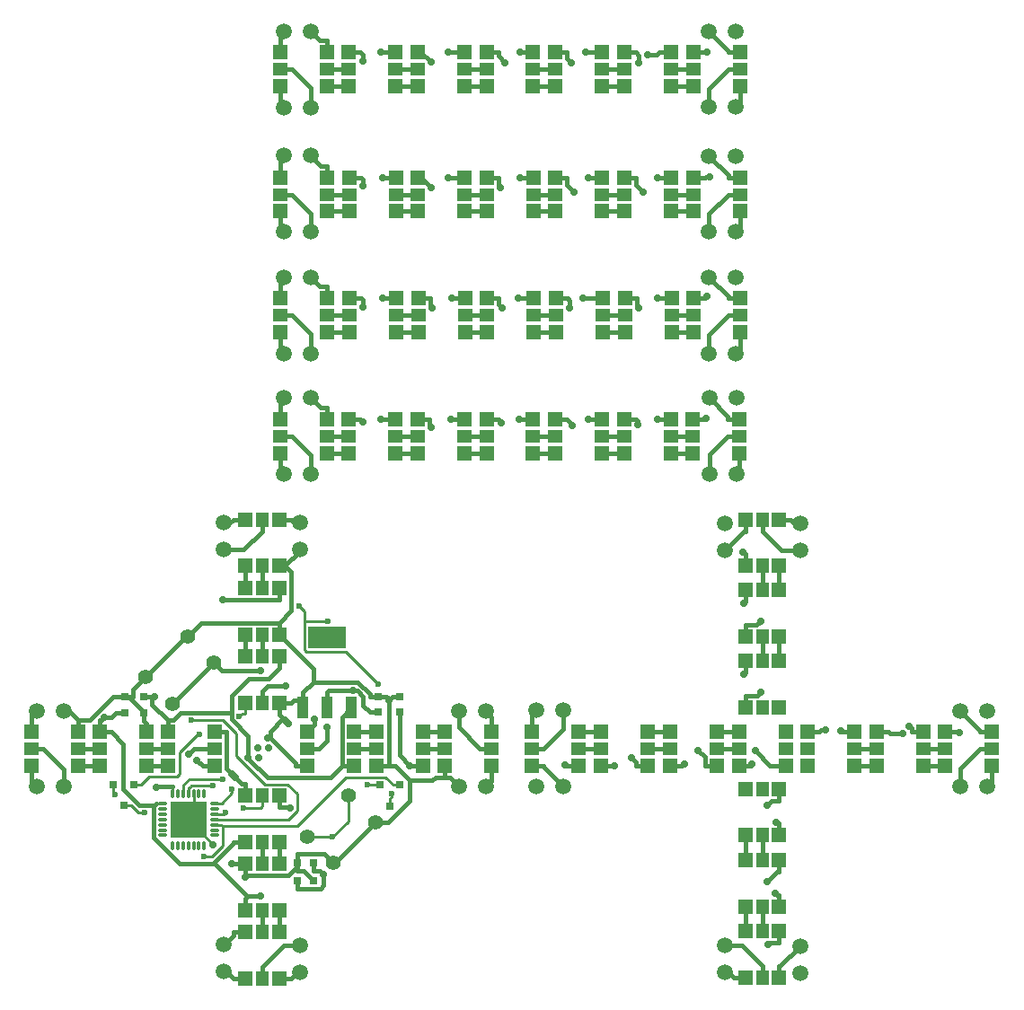
<source format=gbr>
G04 #@! TF.FileFunction,Copper,L1,Top,Signal*
%FSLAX46Y46*%
G04 Gerber Fmt 4.6, Leading zero omitted, Abs format (unit mm)*
G04 Created by KiCad (PCBNEW 4.1.0-alpha+201605262346+6832~44~ubuntu16.04.1-product) date Sun Jun 12 18:08:28 2016*
%MOMM*%
%LPD*%
G01*
G04 APERTURE LIST*
%ADD10C,0.100000*%
%ADD11R,1.400000X1.400000*%
%ADD12R,1.300000X1.400000*%
%ADD13C,1.399540*%
%ADD14C,1.500000*%
%ADD15R,0.800000X0.750000*%
%ADD16R,1.400000X1.300000*%
%ADD17R,0.750000X0.800000*%
%ADD18O,0.300000X0.850000*%
%ADD19O,0.850000X0.300000*%
%ADD20R,1.675000X1.675000*%
%ADD21C,0.700000*%
%ADD22C,0.700000*%
%ADD23R,3.657600X2.032000*%
%ADD24R,1.016000X2.032000*%
%ADD25R,0.800100X0.800100*%
%ADD26C,0.600000*%
%ADD27C,0.400000*%
%ADD28C,0.250000*%
G04 APERTURE END LIST*
D10*
D11*
X107300000Y-134800000D03*
X107300000Y-130400000D03*
D12*
X105700000Y-130400000D03*
X105700000Y-134800000D03*
D11*
X104100000Y-134800000D03*
X104100000Y-130400000D03*
X107300000Y-141250000D03*
X107300000Y-136850000D03*
D12*
X105700000Y-136850000D03*
X105700000Y-141250000D03*
D11*
X104100000Y-141250000D03*
X104100000Y-136850000D03*
X107300000Y-128350000D03*
X107300000Y-123950000D03*
D12*
X105700000Y-123950000D03*
X105700000Y-128350000D03*
D11*
X104100000Y-128350000D03*
X104100000Y-123950000D03*
D13*
X101171296Y-137440511D03*
X97280511Y-141331296D03*
X98693000Y-134962215D03*
X94731504Y-138782289D03*
D14*
X102100000Y-126820000D03*
X102100000Y-124280000D03*
X109250000Y-126820000D03*
X109250000Y-124280000D03*
D15*
X110550000Y-156300000D03*
X109050000Y-156300000D03*
X109050000Y-158000000D03*
X110550000Y-158000000D03*
D11*
X104100000Y-156400000D03*
X104100000Y-160800000D03*
D12*
X105700000Y-160800000D03*
X105700000Y-156400000D03*
D11*
X107300000Y-156400000D03*
X107300000Y-160800000D03*
X104100000Y-162850000D03*
X104100000Y-167250000D03*
D12*
X105700000Y-167250000D03*
X105700000Y-162850000D03*
D11*
X107300000Y-162850000D03*
X107300000Y-167250000D03*
D14*
X109300000Y-164110000D03*
X109300000Y-166650000D03*
X102100000Y-164080000D03*
X102100000Y-166620000D03*
D11*
X94800000Y-144000000D03*
X90400000Y-144000000D03*
D16*
X90400000Y-145600000D03*
X94800000Y-145600000D03*
D11*
X94800000Y-147200000D03*
X90400000Y-147200000D03*
D14*
X87020000Y-149150000D03*
X84480000Y-149150000D03*
D17*
X92730000Y-140690000D03*
X92730000Y-142190000D03*
D18*
X100250000Y-149800000D03*
X99750000Y-149800000D03*
X99250000Y-149800000D03*
X98750000Y-149800000D03*
X98250000Y-149800000D03*
X97750000Y-149800000D03*
X97250000Y-149800000D03*
D19*
X96300000Y-150750000D03*
X96300000Y-151250000D03*
X96300000Y-151750000D03*
X96300000Y-152250000D03*
X96300000Y-152750000D03*
X96300000Y-153250000D03*
X96300000Y-153750000D03*
D18*
X97250000Y-154700000D03*
X97750000Y-154700000D03*
X98250000Y-154700000D03*
X98750000Y-154700000D03*
X99250000Y-154700000D03*
X99750000Y-154700000D03*
X100250000Y-154700000D03*
D19*
X101200000Y-153750000D03*
X101200000Y-153250000D03*
X101200000Y-152750000D03*
X101200000Y-152250000D03*
X101200000Y-151750000D03*
X101200000Y-151250000D03*
X101200000Y-150750000D03*
D20*
X97912500Y-153087500D03*
X99587500Y-153087500D03*
X97912500Y-151412500D03*
X99587500Y-151412500D03*
D11*
X88400000Y-144000000D03*
X84000000Y-144000000D03*
D16*
X84000000Y-145600000D03*
X88400000Y-145600000D03*
D11*
X88400000Y-147200000D03*
X84000000Y-147200000D03*
D17*
X94550000Y-142190000D03*
X94550000Y-140690000D03*
D11*
X101200000Y-144000000D03*
X96800000Y-144000000D03*
D16*
X96800000Y-145600000D03*
X101200000Y-145600000D03*
D11*
X101200000Y-147200000D03*
X96800000Y-147200000D03*
D14*
X87020000Y-142050000D03*
X84480000Y-142050000D03*
D17*
X118650000Y-142150000D03*
X118650000Y-140650000D03*
X116650000Y-142130000D03*
X116650000Y-140630000D03*
D11*
X109950000Y-147200000D03*
X114350000Y-147200000D03*
D16*
X114350000Y-145600000D03*
X109950000Y-145600000D03*
D11*
X109950000Y-144000000D03*
X114350000Y-144000000D03*
D21*
X107864186Y-142895559D02*
X108217740Y-143249113D01*
X102808373Y-147951373D02*
X103161927Y-148304927D01*
D22*
X104399717Y-146399627D03*
X105342644Y-145456700D03*
X106240669Y-144558675D03*
X105389313Y-146431093D03*
X106326229Y-145529532D03*
D11*
X116500000Y-147200000D03*
X120900000Y-147200000D03*
D16*
X120900000Y-145600000D03*
X116500000Y-145600000D03*
D11*
X116500000Y-144000000D03*
X120900000Y-144000000D03*
X104100000Y-150000000D03*
X104100000Y-154400000D03*
D12*
X105700000Y-154400000D03*
X105700000Y-150000000D03*
D11*
X107300000Y-150000000D03*
X107300000Y-154400000D03*
D13*
X109928704Y-153879489D03*
X113819489Y-149988704D03*
X112407000Y-156357785D03*
X116368496Y-152537711D03*
D14*
X110320000Y-119700000D03*
X107780000Y-119700000D03*
D11*
X111810000Y-103100000D03*
X107410000Y-103100000D03*
D16*
X107410000Y-104700000D03*
X111810000Y-104700000D03*
D11*
X111810000Y-106300000D03*
X107410000Y-106300000D03*
X111800000Y-114500000D03*
X107400000Y-114500000D03*
D16*
X107400000Y-116100000D03*
X111800000Y-116100000D03*
D11*
X111800000Y-117700000D03*
X107400000Y-117700000D03*
X118250000Y-114500000D03*
X113850000Y-114500000D03*
D16*
X113850000Y-116100000D03*
X118250000Y-116100000D03*
D11*
X118250000Y-117700000D03*
X113850000Y-117700000D03*
X118350000Y-103100000D03*
X113950000Y-103100000D03*
D16*
X113950000Y-104700000D03*
X118350000Y-104700000D03*
D11*
X118350000Y-106300000D03*
X113950000Y-106300000D03*
D14*
X110270000Y-108300000D03*
X107730000Y-108300000D03*
X110270000Y-101100000D03*
X107730000Y-101100000D03*
X110320000Y-112500000D03*
X107780000Y-112500000D03*
X110290000Y-96850000D03*
X107750000Y-96850000D03*
D11*
X111800000Y-91700000D03*
X107400000Y-91700000D03*
D16*
X107400000Y-93300000D03*
X111800000Y-93300000D03*
D11*
X111800000Y-94900000D03*
X107400000Y-94900000D03*
X111800000Y-79900000D03*
X107400000Y-79900000D03*
D16*
X107400000Y-81500000D03*
X111800000Y-81500000D03*
D11*
X111800000Y-83100000D03*
X107400000Y-83100000D03*
D14*
X110270000Y-85100000D03*
X107730000Y-85100000D03*
X110270000Y-77950000D03*
X107730000Y-77950000D03*
X110320000Y-89650000D03*
X107780000Y-89650000D03*
D11*
X131250000Y-79900000D03*
X126850000Y-79900000D03*
D16*
X126850000Y-81500000D03*
X131250000Y-81500000D03*
D11*
X131250000Y-83100000D03*
X126850000Y-83100000D03*
X137750000Y-79900000D03*
X133350000Y-79900000D03*
D16*
X133350000Y-81500000D03*
X137750000Y-81500000D03*
D11*
X137750000Y-83100000D03*
X133350000Y-83100000D03*
X137750000Y-91700000D03*
X133350000Y-91700000D03*
D16*
X133350000Y-93300000D03*
X137750000Y-93300000D03*
D11*
X137750000Y-94900000D03*
X133350000Y-94900000D03*
X131300000Y-91700000D03*
X126900000Y-91700000D03*
D16*
X126900000Y-93300000D03*
X131300000Y-93300000D03*
D11*
X131300000Y-94900000D03*
X126900000Y-94900000D03*
X131250000Y-114500000D03*
X126850000Y-114500000D03*
D16*
X126850000Y-116100000D03*
X131250000Y-116100000D03*
D11*
X131250000Y-117700000D03*
X126850000Y-117700000D03*
X131310000Y-103100000D03*
X126910000Y-103100000D03*
D16*
X126910000Y-104700000D03*
X131310000Y-104700000D03*
D11*
X131310000Y-106300000D03*
X126910000Y-106300000D03*
X124850000Y-103100000D03*
X120450000Y-103100000D03*
D16*
X120450000Y-104700000D03*
X124850000Y-104700000D03*
D11*
X124850000Y-106300000D03*
X120450000Y-106300000D03*
X137750000Y-114500000D03*
X133350000Y-114500000D03*
D16*
X133350000Y-116100000D03*
X137750000Y-116100000D03*
D11*
X137750000Y-117700000D03*
X133350000Y-117700000D03*
X137800000Y-103100000D03*
X133400000Y-103100000D03*
D16*
X133400000Y-104700000D03*
X137800000Y-104700000D03*
D11*
X137800000Y-106300000D03*
X133400000Y-106300000D03*
X124750000Y-114500000D03*
X120350000Y-114500000D03*
D16*
X120350000Y-116100000D03*
X124750000Y-116100000D03*
D11*
X124750000Y-117700000D03*
X120350000Y-117700000D03*
X144250000Y-79900000D03*
X139850000Y-79900000D03*
D16*
X139850000Y-81500000D03*
X144250000Y-81500000D03*
D11*
X144250000Y-83100000D03*
X139850000Y-83100000D03*
X150750000Y-79900000D03*
X146350000Y-79900000D03*
D16*
X146350000Y-81500000D03*
X150750000Y-81500000D03*
D11*
X150750000Y-83100000D03*
X146350000Y-83100000D03*
D14*
X150370000Y-85050000D03*
X147830000Y-85050000D03*
X150370000Y-77950000D03*
X147830000Y-77950000D03*
X150370000Y-96850000D03*
X147830000Y-96850000D03*
D11*
X144250000Y-91700000D03*
X139850000Y-91700000D03*
D16*
X139850000Y-93300000D03*
X144250000Y-93300000D03*
D11*
X144250000Y-94900000D03*
X139850000Y-94900000D03*
X150750000Y-91700000D03*
X146350000Y-91700000D03*
D16*
X146350000Y-93300000D03*
X150750000Y-93300000D03*
D11*
X150750000Y-94900000D03*
X146350000Y-94900000D03*
D14*
X150370000Y-89700000D03*
X147830000Y-89700000D03*
D11*
X124800000Y-91700000D03*
X120400000Y-91700000D03*
D16*
X120400000Y-93300000D03*
X124800000Y-93300000D03*
D11*
X124800000Y-94900000D03*
X120400000Y-94900000D03*
X118300000Y-91700000D03*
X113900000Y-91700000D03*
D16*
X113900000Y-93300000D03*
X118300000Y-93300000D03*
D11*
X118300000Y-94900000D03*
X113900000Y-94900000D03*
X118250000Y-79900000D03*
X113850000Y-79900000D03*
D16*
X113850000Y-81500000D03*
X118250000Y-81500000D03*
D11*
X118250000Y-83100000D03*
X113850000Y-83100000D03*
X124750000Y-79900000D03*
X120350000Y-79900000D03*
D16*
X120350000Y-81500000D03*
X124750000Y-81500000D03*
D11*
X124750000Y-83100000D03*
X120350000Y-83100000D03*
X144300000Y-103100000D03*
X139900000Y-103100000D03*
D16*
X139900000Y-104700000D03*
X144300000Y-104700000D03*
D11*
X144300000Y-106300000D03*
X139900000Y-106300000D03*
X150750000Y-103100000D03*
X146350000Y-103100000D03*
D16*
X146350000Y-104700000D03*
X150750000Y-104700000D03*
D11*
X150750000Y-106300000D03*
X146350000Y-106300000D03*
D14*
X150370000Y-101100000D03*
X147830000Y-101100000D03*
D11*
X150700000Y-114500000D03*
X146300000Y-114500000D03*
D16*
X146300000Y-116100000D03*
X150700000Y-116100000D03*
D11*
X150700000Y-117700000D03*
X146300000Y-117700000D03*
D14*
X150370000Y-108300000D03*
X147830000Y-108300000D03*
D11*
X144250000Y-114500000D03*
X139850000Y-114500000D03*
D16*
X139850000Y-116100000D03*
X144250000Y-116100000D03*
D11*
X144250000Y-117700000D03*
X139850000Y-117700000D03*
D14*
X150420000Y-119700000D03*
X147880000Y-119700000D03*
X150420000Y-112500000D03*
X147880000Y-112500000D03*
X124280000Y-149150000D03*
X126820000Y-149150000D03*
D11*
X154450000Y-153750000D03*
X154450000Y-149350000D03*
D12*
X152850000Y-149350000D03*
X152850000Y-153750000D03*
D11*
X151250000Y-153750000D03*
X151250000Y-149350000D03*
X122950000Y-147200000D03*
X127350000Y-147200000D03*
D16*
X127350000Y-145600000D03*
X122950000Y-145600000D03*
D11*
X122950000Y-144000000D03*
X127350000Y-144000000D03*
D14*
X149300000Y-166670000D03*
X149300000Y-164130000D03*
X156400000Y-166720000D03*
X156400000Y-164180000D03*
D11*
X154450000Y-167150000D03*
X154450000Y-162750000D03*
D12*
X152850000Y-162750000D03*
X152850000Y-167150000D03*
D11*
X151250000Y-167150000D03*
X151250000Y-162750000D03*
X154450000Y-160450000D03*
X154450000Y-156050000D03*
D12*
X152850000Y-156050000D03*
X152850000Y-160450000D03*
D11*
X151250000Y-160450000D03*
X151250000Y-156050000D03*
D14*
X124230000Y-142000000D03*
X126770000Y-142000000D03*
D11*
X144150000Y-147150000D03*
X148550000Y-147150000D03*
D16*
X148550000Y-145550000D03*
X144150000Y-145550000D03*
D11*
X144150000Y-143950000D03*
X148550000Y-143950000D03*
X151250000Y-137300000D03*
X151250000Y-141700000D03*
D12*
X152850000Y-141700000D03*
X152850000Y-137300000D03*
D11*
X154450000Y-137300000D03*
X154450000Y-141700000D03*
X150650000Y-147150000D03*
X155050000Y-147150000D03*
D16*
X155050000Y-145550000D03*
X150650000Y-145550000D03*
D11*
X150650000Y-143950000D03*
X155050000Y-143950000D03*
D14*
X131530000Y-149100000D03*
X134070000Y-149100000D03*
X131550000Y-141950000D03*
X134090000Y-141950000D03*
D11*
X131150000Y-147150000D03*
X135550000Y-147150000D03*
D16*
X135550000Y-145550000D03*
X131150000Y-145550000D03*
D11*
X131150000Y-143950000D03*
X135550000Y-143950000D03*
X137650000Y-147150000D03*
X142050000Y-147150000D03*
D16*
X142050000Y-145550000D03*
X137650000Y-145550000D03*
D11*
X137650000Y-143950000D03*
X142050000Y-143950000D03*
D14*
X174020000Y-149150000D03*
X171480000Y-149150000D03*
D11*
X168000000Y-143950000D03*
X163600000Y-143950000D03*
D16*
X163600000Y-145550000D03*
X168000000Y-145550000D03*
D11*
X168000000Y-147150000D03*
X163600000Y-147150000D03*
X174500000Y-143950000D03*
X170100000Y-143950000D03*
D16*
X170100000Y-145550000D03*
X174500000Y-145550000D03*
D11*
X174500000Y-147150000D03*
X170100000Y-147150000D03*
X161500000Y-143950000D03*
X157100000Y-143950000D03*
D16*
X157100000Y-145550000D03*
X161500000Y-145550000D03*
D11*
X161500000Y-147150000D03*
X157100000Y-147150000D03*
D14*
X174070000Y-142000000D03*
X171530000Y-142000000D03*
D11*
X151250000Y-123950000D03*
X151250000Y-128350000D03*
D12*
X152850000Y-128350000D03*
X152850000Y-123950000D03*
D11*
X154450000Y-123950000D03*
X154450000Y-128350000D03*
X151250000Y-130600000D03*
X151250000Y-135000000D03*
D12*
X152850000Y-135000000D03*
X152850000Y-130600000D03*
D11*
X154450000Y-130600000D03*
X154450000Y-135000000D03*
D14*
X156400000Y-124330000D03*
X156400000Y-126870000D03*
X149300000Y-124330000D03*
X149300000Y-126870000D03*
D23*
X111850000Y-135098000D03*
D24*
X111850000Y-141702000D03*
X114136000Y-141702000D03*
X109564000Y-141702000D03*
D25*
X93600000Y-148949240D03*
X91700000Y-148949240D03*
X92650000Y-150948220D03*
X118700000Y-149000240D03*
X116800000Y-149000240D03*
X117750000Y-150999220D03*
D22*
X101100000Y-154650000D03*
X117650000Y-140980000D03*
X102845000Y-156400000D03*
X104093800Y-157706700D03*
D26*
X109209800Y-132155100D03*
X111941600Y-133541600D03*
X117877100Y-149822600D03*
X116676700Y-139492500D03*
D22*
X105573800Y-159499600D03*
X90859600Y-142621600D03*
X95537200Y-140690000D03*
X102029700Y-131500300D03*
X119642500Y-147200000D03*
X114245000Y-140106900D03*
X111511200Y-157431000D03*
X95774100Y-149193400D03*
X105584900Y-138200300D03*
D26*
X94621100Y-151617500D03*
X103547400Y-142555700D03*
D22*
X108321500Y-151161500D03*
D26*
X103924500Y-151204600D03*
X101980600Y-148425600D03*
X101098300Y-149056900D03*
X99007000Y-142911500D03*
D22*
X107951800Y-139652500D03*
X110637200Y-142745100D03*
X111849300Y-143577800D03*
X98766400Y-146113500D03*
X99516700Y-146661800D03*
X129994800Y-79900000D03*
X142084700Y-80163800D03*
X116930200Y-79900000D03*
X123255700Y-79900000D03*
X136235100Y-79900000D03*
X121612800Y-80846700D03*
X134846300Y-80872700D03*
X141235300Y-80914100D03*
X128596300Y-80872700D03*
X147605000Y-79900000D03*
X115179400Y-80687700D03*
X117039700Y-91700000D03*
X123287100Y-91700000D03*
X136497100Y-91700000D03*
X130021000Y-91700000D03*
X142993000Y-91700000D03*
X121659300Y-92643200D03*
X128160200Y-92644100D03*
X141606900Y-93050000D03*
X135086500Y-93050000D03*
X147858500Y-91628900D03*
X115204400Y-92487700D03*
X143005500Y-103100000D03*
X123588400Y-103100000D03*
X117054600Y-103100000D03*
X129830000Y-103100000D03*
X135956700Y-103100000D03*
X121727300Y-103994100D03*
X147600700Y-102908400D03*
X134691500Y-104009000D03*
X128342600Y-104009000D03*
X141205400Y-104009000D03*
X115229400Y-103887700D03*
X142958700Y-114500000D03*
X136486600Y-114500000D03*
X123496400Y-114500000D03*
X129916200Y-114500000D03*
X116925500Y-114500000D03*
X128245800Y-114879500D03*
X134934900Y-115093500D03*
X147556800Y-114453000D03*
X115179400Y-114796300D03*
X121625600Y-115301600D03*
X141116000Y-114977800D03*
X145487200Y-147039100D03*
X151901900Y-147039100D03*
X138942400Y-147200000D03*
X134290700Y-147085100D03*
X146816100Y-145752000D03*
X152195700Y-145760800D03*
X140527800Y-146421800D03*
X151102000Y-131863200D03*
X151102000Y-138571800D03*
X150996100Y-126998400D03*
X152702000Y-133524500D03*
X152702000Y-140284400D03*
X166726200Y-143498200D03*
X160243300Y-143848000D03*
X166119200Y-144181600D03*
X171428400Y-144026700D03*
X158846700Y-143802000D03*
X154087100Y-159179400D03*
X154132500Y-152494500D03*
X153295600Y-158095000D03*
X153402300Y-164000300D03*
X153295600Y-150874400D03*
D26*
X102877500Y-149428700D03*
X99816000Y-144238400D03*
X91873300Y-149857100D03*
X100219700Y-155728200D03*
X115615900Y-149000200D03*
X112344100Y-153879500D03*
X102213900Y-151616200D03*
D27*
X107300000Y-141250000D02*
X107300000Y-142350300D01*
X99587500Y-151412500D02*
X99587500Y-151412000D01*
X99150300Y-151174700D02*
X99250000Y-151075000D01*
X99150300Y-151412500D02*
X99150300Y-151174700D01*
D28*
X99250000Y-149800000D02*
X99250000Y-151075000D01*
X99250000Y-151075000D02*
X99587500Y-151412000D01*
D27*
X118650000Y-140650000D02*
X118024800Y-140650000D01*
X89491000Y-142899700D02*
X88400000Y-142899700D01*
X91700700Y-140690000D02*
X89491000Y-142899700D01*
X91954700Y-140690000D02*
X91700700Y-140690000D01*
X92730000Y-140690000D02*
X91954700Y-140690000D01*
X88400000Y-144000000D02*
X88400000Y-142899700D01*
X87550300Y-142050000D02*
X88400000Y-142899700D01*
X87020000Y-142050000D02*
X87550300Y-142050000D01*
X99587500Y-153087500D02*
X99587500Y-153088000D01*
X99587500Y-153087500D02*
X99150300Y-153087500D01*
X98531400Y-151412500D02*
X98531400Y-153087500D01*
X97912500Y-153087500D02*
X98531400Y-153087500D01*
X98531400Y-153087500D02*
X99150300Y-153087500D01*
X97912500Y-151412500D02*
X98531400Y-151412500D01*
X98531400Y-151412500D02*
X99150300Y-151412500D01*
X109625300Y-157075300D02*
X110550000Y-158000000D01*
X109050000Y-157075300D02*
X109625300Y-157075300D01*
X109050000Y-156662400D02*
X109050000Y-157075300D01*
X108181700Y-157500300D02*
X104100000Y-157500300D01*
X109019600Y-156662400D02*
X108181700Y-157500300D01*
X109050000Y-156662400D02*
X109019600Y-156662400D01*
X109050000Y-156481200D02*
X109050000Y-156662400D01*
X116650000Y-140630000D02*
X115874700Y-140630000D01*
X109564000Y-140285700D02*
X110556700Y-139293000D01*
X115874700Y-140454200D02*
X115874700Y-140630000D01*
X114713500Y-139293000D02*
X115874700Y-140454200D01*
X110556700Y-139293000D02*
X114713500Y-139293000D01*
X109564000Y-141702000D02*
X109564000Y-140993800D01*
X109564000Y-140993800D02*
X109564000Y-140285700D01*
X108656500Y-140993800D02*
X108400300Y-141250000D01*
X109564000Y-140993800D02*
X108656500Y-140993800D01*
X107300000Y-141250000D02*
X108400300Y-141250000D01*
X116650000Y-140630000D02*
X117425300Y-140630000D01*
X117820100Y-140854700D02*
X118024800Y-140650000D01*
X117650000Y-140854700D02*
X117820100Y-140854700D01*
X117425300Y-140630000D02*
X117650000Y-140854700D01*
X122950000Y-147200000D02*
X122950000Y-148262700D01*
X117650000Y-140854700D02*
X117650000Y-140980000D01*
X116500000Y-147200000D02*
X117600300Y-147200000D01*
X117650000Y-140980000D02*
X117650000Y-147150300D01*
X117650000Y-147150300D02*
X117600300Y-147200000D01*
X118224200Y-147150300D02*
X117650000Y-147150300D01*
X119650000Y-148576100D02*
X118224200Y-147150300D01*
X122045100Y-148262700D02*
X122950000Y-148262700D01*
X121731700Y-148576100D02*
X122045100Y-148262700D01*
X119650000Y-148576100D02*
X121731700Y-148576100D01*
X123392700Y-148262700D02*
X124280000Y-149150000D01*
X122950000Y-148262700D02*
X123392700Y-148262700D01*
X110556700Y-138056700D02*
X110556700Y-139293000D01*
X107300000Y-134800000D02*
X110556700Y-138056700D01*
X99955500Y-133699700D02*
X107300000Y-133699700D01*
X98693000Y-134962200D02*
X99955500Y-133699700D01*
X107300000Y-134800000D02*
X107300000Y-133699700D01*
X107300000Y-128350000D02*
X107850200Y-128350000D01*
X108418800Y-132580900D02*
X107300000Y-133699700D01*
X108418800Y-128918600D02*
X108418800Y-132580900D01*
X107850200Y-128350000D02*
X108418800Y-128918600D01*
X109250000Y-126950200D02*
X109250000Y-126820000D01*
X107850200Y-128350000D02*
X109250000Y-126950200D01*
X98551600Y-134962200D02*
X94731500Y-138782300D01*
X98693000Y-134962200D02*
X98551600Y-134962200D01*
X93505300Y-140008500D02*
X93505300Y-140690000D01*
X94731500Y-138782300D02*
X93505300Y-140008500D01*
D28*
X101100000Y-154600000D02*
X101100000Y-154650000D01*
X99587500Y-153088000D02*
X101100000Y-154600000D01*
D27*
X109050000Y-156481200D02*
X109050000Y-156300000D01*
X111573900Y-155524700D02*
X112407000Y-156357800D01*
X109050000Y-155524700D02*
X111573900Y-155524700D01*
X109050000Y-156300000D02*
X109050000Y-155524700D01*
X119650000Y-150482600D02*
X119650000Y-148576100D01*
X117594900Y-152537700D02*
X119650000Y-150482600D01*
X116368500Y-152537700D02*
X117594900Y-152537700D01*
X112548400Y-156357800D02*
X112407000Y-156357800D01*
X116368500Y-152537700D02*
X112548400Y-156357800D01*
X92730000Y-140690000D02*
X93117700Y-140690000D01*
X93117700Y-140690000D02*
X93505300Y-140690000D01*
X94550000Y-142122300D02*
X94550000Y-142190000D01*
X93117700Y-140690000D02*
X94550000Y-142122300D01*
X94800000Y-143240300D02*
X94800000Y-144000000D01*
X94550000Y-142990300D02*
X94800000Y-143240300D01*
X94550000Y-142190000D02*
X94550000Y-142990300D01*
X104100000Y-156400000D02*
X102999700Y-156400000D01*
X102999700Y-156400000D02*
X102845000Y-156400000D01*
X104100000Y-156400000D02*
X104100000Y-156950100D01*
X104100000Y-156950100D02*
X104100000Y-157500300D01*
X104093800Y-156956300D02*
X104093800Y-157706700D01*
X104100000Y-156950100D02*
X104093800Y-156956300D01*
X104100000Y-150000000D02*
X104100000Y-148899700D01*
X107319000Y-142350300D02*
X107300000Y-142350300D01*
X107333600Y-142364900D02*
X107319000Y-142350300D01*
X103756700Y-148899700D02*
X102985100Y-148128100D01*
X104100000Y-148899700D02*
X103756700Y-148899700D01*
X102300300Y-147443300D02*
X102300300Y-144000000D01*
X102985100Y-148128100D02*
X102300300Y-147443300D01*
X101200000Y-144000000D02*
X102300300Y-144000000D01*
X102999700Y-163180300D02*
X102999700Y-162850000D01*
X102100000Y-164080000D02*
X102999700Y-163180300D01*
X104100000Y-162850000D02*
X102999700Y-162850000D01*
X109950000Y-147200000D02*
X108849700Y-147200000D01*
X108041000Y-143072300D02*
X107687300Y-142718600D01*
X107687300Y-142718600D02*
X107333600Y-142364900D01*
X106464600Y-143941300D02*
X106464600Y-144558700D01*
X107687300Y-142718600D02*
X106464600Y-143941300D01*
X108849700Y-146943800D02*
X106464600Y-144558700D01*
X108849700Y-147200000D02*
X108849700Y-146943800D01*
X106464600Y-144558700D02*
X106240700Y-144558700D01*
X105700000Y-136850000D02*
X105700000Y-134800000D01*
X104100000Y-136850000D02*
X104100000Y-134800000D01*
X116500000Y-145600000D02*
X114350000Y-145600000D01*
X116500000Y-144000000D02*
X114350000Y-144000000D01*
X105700000Y-154400000D02*
X105700000Y-156400000D01*
X107300000Y-154400000D02*
X107300000Y-156400000D01*
X96800000Y-145600000D02*
X94800000Y-145600000D01*
X96800000Y-147200000D02*
X94800000Y-147200000D01*
X105700000Y-128350000D02*
X105700000Y-130400000D01*
X104100000Y-128350000D02*
X104100000Y-130400000D01*
X122950000Y-145600000D02*
X120900000Y-145600000D01*
X122950000Y-144000000D02*
X120900000Y-144000000D01*
X124230000Y-143580300D02*
X126249700Y-145600000D01*
X124230000Y-142000000D02*
X124230000Y-143580300D01*
X127350000Y-145600000D02*
X126249700Y-145600000D01*
X127350000Y-142580000D02*
X127350000Y-144000000D01*
X126770000Y-142000000D02*
X127350000Y-142580000D01*
X107739700Y-164110000D02*
X105700000Y-166149700D01*
X109300000Y-164110000D02*
X107739700Y-164110000D01*
X105700000Y-167250000D02*
X105700000Y-166149700D01*
X109000300Y-166650000D02*
X108400300Y-167250000D01*
X109300000Y-166650000D02*
X109000300Y-166650000D01*
X107300000Y-167250000D02*
X108400300Y-167250000D01*
X87020000Y-147519700D02*
X85100300Y-145600000D01*
X87020000Y-149150000D02*
X87020000Y-147519700D01*
X84000000Y-145600000D02*
X85100300Y-145600000D01*
X84000000Y-148670000D02*
X84000000Y-147200000D01*
X84480000Y-149150000D02*
X84000000Y-148670000D01*
X146350000Y-81500000D02*
X144250000Y-81500000D01*
X146350000Y-83100000D02*
X144250000Y-83100000D01*
X146350000Y-93300000D02*
X144250000Y-93300000D01*
X146350000Y-94900000D02*
X144250000Y-94900000D01*
X146350000Y-104700000D02*
X144300000Y-104700000D01*
X146350000Y-106300000D02*
X144300000Y-106300000D01*
X144250000Y-116100000D02*
X146300000Y-116100000D01*
X144250000Y-117700000D02*
X146300000Y-117700000D01*
X139850000Y-81500000D02*
X137750000Y-81500000D01*
X139850000Y-83100000D02*
X137750000Y-83100000D01*
X139850000Y-93300000D02*
X137750000Y-93300000D01*
X139850000Y-94900000D02*
X137750000Y-94900000D01*
X139900000Y-104700000D02*
X137800000Y-104700000D01*
X139900000Y-106300000D02*
X137800000Y-106300000D01*
X139850000Y-116100000D02*
X137750000Y-116100000D01*
X139850000Y-117700000D02*
X137750000Y-117700000D01*
X133350000Y-81500000D02*
X131250000Y-81500000D01*
X133350000Y-83100000D02*
X131250000Y-83100000D01*
X131300000Y-93300000D02*
X133350000Y-93300000D01*
X131300000Y-94900000D02*
X133350000Y-94900000D01*
X133400000Y-104700000D02*
X131310000Y-104700000D01*
X133400000Y-106300000D02*
X131310000Y-106300000D01*
X133350000Y-116100000D02*
X131250000Y-116100000D01*
X133350000Y-117700000D02*
X131250000Y-117700000D01*
X124750000Y-81500000D02*
X126850000Y-81500000D01*
X124750000Y-83100000D02*
X126850000Y-83100000D01*
D28*
X117877100Y-150146800D02*
X117877100Y-149822600D01*
X117750000Y-150273900D02*
X117877100Y-150146800D01*
X109668000Y-136271800D02*
X109668000Y-133541600D01*
X109849000Y-136452800D02*
X109668000Y-136271800D01*
X113637000Y-136452800D02*
X109849000Y-136452800D01*
X116676700Y-139492500D02*
X113637000Y-136452800D01*
X109668000Y-132613300D02*
X109668000Y-133541600D01*
X109209800Y-132155100D02*
X109668000Y-132613300D01*
X109668000Y-133541600D02*
X111941600Y-133541600D01*
X117750000Y-150999200D02*
X117750000Y-150273900D01*
X96300000Y-150750000D02*
X95700000Y-150750000D01*
D27*
X84000000Y-142530000D02*
X84000000Y-144000000D01*
X84480000Y-142050000D02*
X84000000Y-142530000D01*
X102369700Y-166620000D02*
X102999700Y-167250000D01*
X102100000Y-166620000D02*
X102369700Y-166620000D01*
X104100000Y-167250000D02*
X102999700Y-167250000D01*
X104100000Y-160800000D02*
X104100000Y-159699700D01*
X127350000Y-148620000D02*
X127350000Y-147200000D01*
X126820000Y-149150000D02*
X127350000Y-148620000D01*
X96800000Y-144000000D02*
X96800000Y-142899700D01*
X107300000Y-136850000D02*
X107300000Y-137950300D01*
X114350000Y-147200000D02*
X113249700Y-147200000D01*
X94550000Y-140690000D02*
X95325300Y-140690000D01*
X95325300Y-141425000D02*
X96800000Y-142899700D01*
X95325300Y-140690000D02*
X95325300Y-141425000D01*
X90400000Y-144000000D02*
X90400000Y-142899700D01*
X92730000Y-142190000D02*
X91954700Y-142190000D01*
X90581500Y-142899700D02*
X90859600Y-142621600D01*
X90400000Y-142899700D02*
X90581500Y-142899700D01*
X91523100Y-142621600D02*
X91954700Y-142190000D01*
X90859600Y-142621600D02*
X91523100Y-142621600D01*
X90400000Y-144000000D02*
X91500300Y-144000000D01*
X95325300Y-140690000D02*
X95537200Y-140690000D01*
X107300000Y-130400000D02*
X107300000Y-131500300D01*
X107300000Y-131500300D02*
X102029700Y-131500300D01*
X113249700Y-142588300D02*
X113249700Y-147200000D01*
X114136000Y-141702000D02*
X113249700Y-142588300D01*
X120900000Y-147200000D02*
X119799700Y-147200000D01*
X119799700Y-147200000D02*
X119642500Y-147200000D01*
X118650000Y-146207500D02*
X119642500Y-147200000D01*
X118650000Y-142150000D02*
X118650000Y-146207500D01*
X104100000Y-154400000D02*
X102999700Y-154400000D01*
X94106700Y-150873200D02*
X95449100Y-150873200D01*
X92634200Y-149400700D02*
X94106700Y-150873200D01*
X92634200Y-145133900D02*
X92634200Y-149400700D01*
X91500300Y-144000000D02*
X92634200Y-145133900D01*
X95576800Y-150873200D02*
X95700000Y-150750000D01*
X95449100Y-150873200D02*
X95576800Y-150873200D01*
X104300100Y-159499600D02*
X104100000Y-159699700D01*
X105573800Y-159499600D02*
X104300100Y-159499600D01*
X104300100Y-159499600D02*
X101151800Y-156351200D01*
X101059100Y-156443900D02*
X101151800Y-156351200D01*
X97916300Y-156443900D02*
X101059100Y-156443900D01*
X95449100Y-153976700D02*
X97916300Y-156443900D01*
X95449100Y-150873200D02*
X95449100Y-153976700D01*
X102999700Y-154503300D02*
X102999700Y-154400000D01*
X101151800Y-156351200D02*
X102999700Y-154503300D01*
X108730300Y-124280000D02*
X108400300Y-123950000D01*
X109250000Y-124280000D02*
X108730300Y-124280000D01*
X107300000Y-123950000D02*
X108400300Y-123950000D01*
X104399700Y-146503800D02*
X104399700Y-146399600D01*
X106200100Y-148304200D02*
X104399700Y-146503800D01*
X112145500Y-148304200D02*
X106200100Y-148304200D01*
X113249700Y-147200000D02*
X112145500Y-148304200D01*
X97311900Y-142899700D02*
X96800000Y-142899700D01*
X98000400Y-142211200D02*
X97311900Y-142899700D01*
X102829700Y-142211200D02*
X98000400Y-142211200D01*
X102829700Y-140544300D02*
X102829700Y-142211200D01*
X104423400Y-138950600D02*
X102829700Y-140544300D01*
X106299700Y-138950600D02*
X104423400Y-138950600D01*
X107300000Y-137950300D02*
X106299700Y-138950600D01*
X104399700Y-144398300D02*
X104399700Y-146399600D01*
X102829700Y-142828300D02*
X104399700Y-144398300D01*
X102829700Y-142211200D02*
X102829700Y-142828300D01*
X111850000Y-141702000D02*
X111850000Y-140285700D01*
X112028800Y-140106900D02*
X114245000Y-140106900D01*
X111850000Y-140285700D02*
X112028800Y-140106900D01*
X115247300Y-141502600D02*
X115874700Y-142130000D01*
X115247300Y-140678500D02*
X115247300Y-141502600D01*
X114675700Y-140106900D02*
X115247300Y-140678500D01*
X114245000Y-140106900D02*
X114675700Y-140106900D01*
X110550000Y-156300000D02*
X110550000Y-157075300D01*
X111155500Y-157075300D02*
X110550000Y-157075300D01*
X111511200Y-157431000D02*
X111155500Y-157075300D01*
X111511200Y-158482900D02*
X111511200Y-157431000D01*
X111218800Y-158775300D02*
X111511200Y-158482900D01*
X109050000Y-158775300D02*
X111218800Y-158775300D01*
X109050000Y-158000000D02*
X109050000Y-158775300D01*
X116650000Y-142130000D02*
X115874700Y-142130000D01*
D28*
X97250000Y-149800000D02*
X97250000Y-149160600D01*
D27*
X95806900Y-149160600D02*
X95774100Y-149193400D01*
X97250000Y-149160600D02*
X95806900Y-149160600D01*
D28*
X97250000Y-149160600D02*
X97250000Y-149150000D01*
D27*
X101171300Y-137440500D02*
X97280500Y-141331300D01*
X101931100Y-138200300D02*
X105584900Y-138200300D01*
X101171300Y-137440500D02*
X101931100Y-138200300D01*
D28*
X92650000Y-150948200D02*
X93375300Y-150948200D01*
X94044600Y-151617500D02*
X94621100Y-151617500D01*
X93375300Y-150948200D02*
X94044600Y-151617500D01*
X104100000Y-141250000D02*
X104100000Y-142275300D01*
X103827800Y-142275300D02*
X103547400Y-142555700D01*
X104100000Y-142275300D02*
X103827800Y-142275300D01*
D27*
X107300000Y-150000000D02*
X107300000Y-151100300D01*
X108260300Y-151100300D02*
X108321500Y-151161500D01*
X107300000Y-151100300D02*
X108260300Y-151100300D01*
D28*
X105700000Y-150000000D02*
X105700000Y-151025300D01*
X105520700Y-151204600D02*
X103924500Y-151204600D01*
X105700000Y-151025300D02*
X105520700Y-151204600D01*
X98250000Y-149125000D02*
X98250000Y-149800000D01*
X101980600Y-148425700D02*
X101980600Y-148425600D01*
X98830000Y-148425700D02*
X101980600Y-148425700D01*
X98250000Y-149005700D02*
X98830000Y-148425700D01*
X98250000Y-149125000D02*
X98250000Y-149005700D01*
X98750000Y-149800000D02*
X98750000Y-149352800D01*
X98750000Y-149352800D02*
X98750000Y-149250000D01*
X101068800Y-149027400D02*
X101098300Y-149056900D01*
X99075400Y-149027400D02*
X101068800Y-149027400D01*
X98750000Y-149352800D02*
X99075400Y-149027400D01*
X101200000Y-152250000D02*
X101850000Y-152250000D01*
X102024600Y-142911500D02*
X99007000Y-142911500D01*
X103244000Y-144130900D02*
X102024600Y-142911500D01*
X103244000Y-146252200D02*
X103244000Y-144130900D01*
X105966400Y-148974600D02*
X103244000Y-146252200D01*
X108137400Y-148974600D02*
X105966400Y-148974600D01*
X109000200Y-149837400D02*
X108137400Y-148974600D01*
X109000200Y-151440500D02*
X109000200Y-149837400D01*
X108190700Y-152250000D02*
X109000200Y-151440500D01*
X101850000Y-152250000D02*
X108190700Y-152250000D01*
D27*
X105700000Y-162850000D02*
X105700000Y-160800000D01*
X107300000Y-162850000D02*
X107300000Y-160800000D01*
X88400000Y-145600000D02*
X90400000Y-145600000D01*
X88400000Y-147200000D02*
X90400000Y-147200000D01*
X103930300Y-126820000D02*
X105700000Y-125050300D01*
X102100000Y-126820000D02*
X103930300Y-126820000D01*
X105700000Y-123950000D02*
X105700000Y-125050300D01*
X102669700Y-124280000D02*
X102999700Y-123950000D01*
X102100000Y-124280000D02*
X102669700Y-124280000D01*
X104100000Y-123950000D02*
X102999700Y-123950000D01*
X147830000Y-83319700D02*
X149649700Y-81500000D01*
X147830000Y-85050000D02*
X147830000Y-83319700D01*
X150750000Y-81500000D02*
X149649700Y-81500000D01*
X150750000Y-84670000D02*
X150750000Y-83100000D01*
X150370000Y-85050000D02*
X150750000Y-84670000D01*
X147830000Y-95119700D02*
X149649700Y-93300000D01*
X147830000Y-96850000D02*
X147830000Y-95119700D01*
X150750000Y-93300000D02*
X149649700Y-93300000D01*
X150750000Y-96470000D02*
X150750000Y-94900000D01*
X150370000Y-96850000D02*
X150750000Y-96470000D01*
X147830000Y-106519700D02*
X149649700Y-104700000D01*
X147830000Y-108300000D02*
X147830000Y-106519700D01*
X150750000Y-104700000D02*
X149649700Y-104700000D01*
X150750000Y-107920000D02*
X150750000Y-106300000D01*
X150370000Y-108300000D02*
X150750000Y-107920000D01*
X147880000Y-117819700D02*
X149599700Y-116100000D01*
X147880000Y-119700000D02*
X147880000Y-117819700D01*
X150700000Y-116100000D02*
X149599700Y-116100000D01*
X150700000Y-119420000D02*
X150700000Y-117700000D01*
X150420000Y-119700000D02*
X150700000Y-119420000D01*
X124800000Y-93300000D02*
X126900000Y-93300000D01*
X124800000Y-94900000D02*
X126900000Y-94900000D01*
X124850000Y-104700000D02*
X126910000Y-104700000D01*
X124850000Y-106300000D02*
X126910000Y-106300000D01*
X124750000Y-116100000D02*
X126850000Y-116100000D01*
X124750000Y-117700000D02*
X126850000Y-117700000D01*
X120350000Y-81500000D02*
X118250000Y-81500000D01*
X120350000Y-83100000D02*
X118250000Y-83100000D01*
X118300000Y-93300000D02*
X120400000Y-93300000D01*
X118300000Y-94900000D02*
X120400000Y-94900000D01*
X120450000Y-104700000D02*
X118350000Y-104700000D01*
X120450000Y-106300000D02*
X118350000Y-106300000D01*
X120350000Y-116100000D02*
X118250000Y-116100000D01*
X120350000Y-117700000D02*
X118250000Y-117700000D01*
X113850000Y-81500000D02*
X111800000Y-81500000D01*
X113850000Y-83100000D02*
X111800000Y-83100000D01*
X113900000Y-93300000D02*
X111800000Y-93300000D01*
X113900000Y-94900000D02*
X111800000Y-94900000D01*
X113950000Y-104700000D02*
X111810000Y-104700000D01*
X113950000Y-106300000D02*
X111810000Y-106300000D01*
X113850000Y-116100000D02*
X111800000Y-116100000D01*
X113850000Y-117700000D02*
X111800000Y-117700000D01*
X110270000Y-83269700D02*
X108500300Y-81500000D01*
X110270000Y-85100000D02*
X110270000Y-83269700D01*
X107400000Y-81500000D02*
X108500300Y-81500000D01*
X107400000Y-84770000D02*
X107400000Y-83100000D01*
X107730000Y-85100000D02*
X107400000Y-84770000D01*
X110290000Y-95089700D02*
X108500300Y-93300000D01*
X110290000Y-96850000D02*
X110290000Y-95089700D01*
X107400000Y-93300000D02*
X108500300Y-93300000D01*
X107400000Y-96500000D02*
X107400000Y-94900000D01*
X107750000Y-96850000D02*
X107400000Y-96500000D01*
X110270000Y-106459700D02*
X108510300Y-104700000D01*
X110270000Y-108300000D02*
X110270000Y-106459700D01*
X107410000Y-104700000D02*
X108510300Y-104700000D01*
X107410000Y-107980000D02*
X107410000Y-106300000D01*
X107730000Y-108300000D02*
X107410000Y-107980000D01*
X110320000Y-117919700D02*
X108500300Y-116100000D01*
X110320000Y-119700000D02*
X110320000Y-117919700D01*
X107400000Y-116100000D02*
X108500300Y-116100000D01*
X107400000Y-119320000D02*
X107400000Y-117700000D01*
X107780000Y-119700000D02*
X107400000Y-119320000D01*
X137650000Y-145550000D02*
X135550000Y-145550000D01*
X134090000Y-143710300D02*
X132250300Y-145550000D01*
X134090000Y-141950000D02*
X134090000Y-143710300D01*
X131150000Y-145550000D02*
X132250300Y-145550000D01*
X131150000Y-142350000D02*
X131150000Y-143950000D01*
X131550000Y-141950000D02*
X131150000Y-142350000D01*
X137650000Y-143950000D02*
X135550000Y-143950000D01*
X152850000Y-130600000D02*
X152850000Y-128350000D01*
X154669700Y-126870000D02*
X152850000Y-125050300D01*
X156400000Y-126870000D02*
X154669700Y-126870000D01*
X152850000Y-123950000D02*
X152850000Y-125050300D01*
X155930300Y-124330000D02*
X155550300Y-123950000D01*
X156400000Y-124330000D02*
X155930300Y-124330000D01*
X154450000Y-123950000D02*
X155550300Y-123950000D01*
X154450000Y-130600000D02*
X154450000Y-128350000D01*
X170100000Y-145550000D02*
X168000000Y-145550000D01*
X171480000Y-147469700D02*
X173399700Y-145550000D01*
X171480000Y-149150000D02*
X171480000Y-147469700D01*
X174500000Y-145550000D02*
X173399700Y-145550000D01*
X174500000Y-148670000D02*
X174500000Y-147150000D01*
X174020000Y-149150000D02*
X174500000Y-148670000D01*
X170100000Y-147150000D02*
X168000000Y-147150000D01*
X152850000Y-160450000D02*
X152850000Y-162750000D01*
X150930300Y-164130000D02*
X152850000Y-166049700D01*
X149300000Y-164130000D02*
X150930300Y-164130000D01*
X152850000Y-167150000D02*
X152850000Y-166049700D01*
X149669700Y-166670000D02*
X150149700Y-167150000D01*
X149300000Y-166670000D02*
X149669700Y-166670000D01*
X151250000Y-167150000D02*
X150149700Y-167150000D01*
X151250000Y-160450000D02*
X151250000Y-162750000D01*
X152850000Y-135000000D02*
X152850000Y-137300000D01*
X154450000Y-135000000D02*
X154450000Y-137300000D01*
X142050000Y-145550000D02*
X144150000Y-145550000D01*
X142050000Y-143950000D02*
X144150000Y-143950000D01*
X161500000Y-145550000D02*
X163600000Y-145550000D01*
X161500000Y-147150000D02*
X163600000Y-147150000D01*
X152850000Y-156050000D02*
X152850000Y-153750000D01*
X151250000Y-156050000D02*
X151250000Y-153750000D01*
X150650000Y-145550000D02*
X148550000Y-145550000D01*
X150650000Y-143950000D02*
X148550000Y-143950000D01*
X106197200Y-139652500D02*
X105700000Y-140149700D01*
X107951800Y-139652500D02*
X106197200Y-139652500D01*
X105700000Y-141250000D02*
X105700000Y-140149700D01*
X110637200Y-143312800D02*
X109950000Y-144000000D01*
X110637200Y-142745100D02*
X110637200Y-143312800D01*
X109950000Y-145600000D02*
X111050300Y-145600000D01*
X111849300Y-144801000D02*
X111849300Y-143577800D01*
X111050300Y-145600000D02*
X111849300Y-144801000D01*
X99279900Y-145600000D02*
X101200000Y-145600000D01*
X98766400Y-146113500D02*
X99279900Y-145600000D01*
X101200000Y-147200000D02*
X100099700Y-147200000D01*
X99561500Y-146661800D02*
X99516700Y-146661800D01*
X100099700Y-147200000D02*
X99561500Y-146661800D01*
X111119700Y-78799700D02*
X111800000Y-78799700D01*
X110270000Y-77950000D02*
X111119700Y-78799700D01*
X111800000Y-79900000D02*
X111800000Y-78799700D01*
X131250000Y-79900000D02*
X130149700Y-79900000D01*
X130149700Y-79900000D02*
X129994800Y-79900000D01*
X142885900Y-80163800D02*
X143149700Y-79900000D01*
X142084700Y-80163800D02*
X142885900Y-80163800D01*
X144250000Y-79900000D02*
X143149700Y-79900000D01*
X149649700Y-79769700D02*
X149649700Y-79900000D01*
X147830000Y-77950000D02*
X149649700Y-79769700D01*
X150750000Y-79900000D02*
X149649700Y-79900000D01*
X118250000Y-79900000D02*
X117149700Y-79900000D01*
X117149700Y-79900000D02*
X116930200Y-79900000D01*
X124750000Y-79900000D02*
X123649700Y-79900000D01*
X123649700Y-79900000D02*
X123255700Y-79900000D01*
X137750000Y-79900000D02*
X136649700Y-79900000D01*
X136649700Y-79900000D02*
X136235100Y-79900000D01*
X120666100Y-79900000D02*
X121612800Y-80846700D01*
X120350000Y-79900000D02*
X120666100Y-79900000D01*
X133350000Y-79900000D02*
X134450300Y-79900000D01*
X134450300Y-80476700D02*
X134846300Y-80872700D01*
X134450300Y-79900000D02*
X134450300Y-80476700D01*
X139850000Y-79900000D02*
X140950300Y-79900000D01*
X141235200Y-80914100D02*
X141235300Y-80914100D01*
X141235200Y-80184900D02*
X141235200Y-80914100D01*
X140950300Y-79900000D02*
X141235200Y-80184900D01*
X126850000Y-79900000D02*
X127950300Y-79900000D01*
X127950300Y-80226700D02*
X127950300Y-79900000D01*
X128596300Y-80872700D02*
X127950300Y-80226700D01*
X146350000Y-79900000D02*
X147450300Y-79900000D01*
X147450300Y-79900000D02*
X147605000Y-79900000D01*
X113850000Y-79900000D02*
X114950300Y-79900000D01*
X115179400Y-80129100D02*
X114950300Y-79900000D01*
X115179400Y-80687700D02*
X115179400Y-80129100D01*
X107400000Y-78280000D02*
X107400000Y-79900000D01*
X107730000Y-77950000D02*
X107400000Y-78280000D01*
X111269700Y-90599700D02*
X111800000Y-90599700D01*
X110320000Y-89650000D02*
X111269700Y-90599700D01*
X111800000Y-91700000D02*
X111800000Y-90599700D01*
X150750000Y-91700000D02*
X149649700Y-91700000D01*
X149649700Y-91519700D02*
X147830000Y-89700000D01*
X149649700Y-91700000D02*
X149649700Y-91519700D01*
X118300000Y-91700000D02*
X117199700Y-91700000D01*
X117199700Y-91700000D02*
X117039700Y-91700000D01*
X124800000Y-91700000D02*
X123699700Y-91700000D01*
X123699700Y-91700000D02*
X123287100Y-91700000D01*
X137750000Y-91700000D02*
X136649700Y-91700000D01*
X136649700Y-91700000D02*
X136497100Y-91700000D01*
X131300000Y-91700000D02*
X130199700Y-91700000D01*
X130199700Y-91700000D02*
X130021000Y-91700000D01*
X144250000Y-91700000D02*
X143149700Y-91700000D01*
X143149700Y-91700000D02*
X142993000Y-91700000D01*
X107400000Y-90030000D02*
X107400000Y-91700000D01*
X107780000Y-89650000D02*
X107400000Y-90030000D01*
X120716100Y-91700000D02*
X120400000Y-91700000D01*
X121659300Y-92643200D02*
X120716100Y-91700000D01*
X128000300Y-92484200D02*
X128160200Y-92644100D01*
X128000300Y-91700000D02*
X128000300Y-92484200D01*
X126900000Y-91700000D02*
X128000300Y-91700000D01*
X140950300Y-92393400D02*
X140950300Y-91700000D01*
X141606900Y-93050000D02*
X140950300Y-92393400D01*
X139850000Y-91700000D02*
X140950300Y-91700000D01*
X133350000Y-91700000D02*
X134450300Y-91700000D01*
X134450300Y-92413800D02*
X135086500Y-93050000D01*
X134450300Y-91700000D02*
X134450300Y-92413800D01*
X147521400Y-91628900D02*
X147450300Y-91700000D01*
X147858500Y-91628900D02*
X147521400Y-91628900D01*
X146350000Y-91700000D02*
X147450300Y-91700000D01*
X113900000Y-91700000D02*
X115000300Y-91700000D01*
X115204400Y-91904100D02*
X115000300Y-91700000D01*
X115204400Y-92487700D02*
X115204400Y-91904100D01*
X144300000Y-103100000D02*
X143199700Y-103100000D01*
X143199700Y-103100000D02*
X143005500Y-103100000D01*
X124850000Y-103100000D02*
X123749700Y-103100000D01*
X123749700Y-103100000D02*
X123588400Y-103100000D01*
X118350000Y-103100000D02*
X117249700Y-103100000D01*
X117249700Y-103100000D02*
X117054600Y-103100000D01*
X131310000Y-103100000D02*
X130209700Y-103100000D01*
X130209700Y-103100000D02*
X129830000Y-103100000D01*
X137800000Y-103100000D02*
X136699700Y-103100000D01*
X136699700Y-103100000D02*
X135956700Y-103100000D01*
X149649700Y-102919700D02*
X149649700Y-103100000D01*
X147830000Y-101100000D02*
X149649700Y-102919700D01*
X150750000Y-103100000D02*
X149649700Y-103100000D01*
X111169700Y-101999700D02*
X111810000Y-101999700D01*
X110270000Y-101100000D02*
X111169700Y-101999700D01*
X111810000Y-103100000D02*
X111810000Y-101999700D01*
X121550300Y-103817100D02*
X121727300Y-103994100D01*
X121550300Y-103100000D02*
X121550300Y-103817100D01*
X120450000Y-103100000D02*
X121550300Y-103100000D01*
X146350000Y-103100000D02*
X147450300Y-103100000D01*
X147450300Y-103058800D02*
X147450300Y-103100000D01*
X147600700Y-102908400D02*
X147450300Y-103058800D01*
X133400000Y-103100000D02*
X134500300Y-103100000D01*
X134691500Y-103291200D02*
X134691500Y-104009000D01*
X134500300Y-103100000D02*
X134691500Y-103291200D01*
X126910000Y-103100000D02*
X128010300Y-103100000D01*
X128010300Y-103676700D02*
X128010300Y-103100000D01*
X128342600Y-104009000D02*
X128010300Y-103676700D01*
X139900000Y-103100000D02*
X141000300Y-103100000D01*
X141000300Y-103803900D02*
X141000300Y-103100000D01*
X141205400Y-104009000D02*
X141000300Y-103803900D01*
X107410000Y-101420000D02*
X107410000Y-103100000D01*
X107730000Y-101100000D02*
X107410000Y-101420000D01*
X113950000Y-103100000D02*
X115050300Y-103100000D01*
X115229400Y-103279100D02*
X115050300Y-103100000D01*
X115229400Y-103887700D02*
X115229400Y-103279100D01*
X144250000Y-114500000D02*
X143149700Y-114500000D01*
X143149700Y-114500000D02*
X142958700Y-114500000D01*
X137750000Y-114500000D02*
X136649700Y-114500000D01*
X136649700Y-114500000D02*
X136486600Y-114500000D01*
X124750000Y-114500000D02*
X123649700Y-114500000D01*
X123649700Y-114500000D02*
X123496400Y-114500000D01*
X131250000Y-114500000D02*
X130149700Y-114500000D01*
X130149700Y-114500000D02*
X129916200Y-114500000D01*
X149599700Y-114219700D02*
X149599700Y-114500000D01*
X147880000Y-112500000D02*
X149599700Y-114219700D01*
X150700000Y-114500000D02*
X149599700Y-114500000D01*
X111219700Y-113399700D02*
X111800000Y-113399700D01*
X110320000Y-112500000D02*
X111219700Y-113399700D01*
X111800000Y-114500000D02*
X111800000Y-113399700D01*
X118250000Y-114500000D02*
X117149700Y-114500000D01*
X117149700Y-114500000D02*
X116925500Y-114500000D01*
X107400000Y-112880000D02*
X107400000Y-114500000D01*
X107780000Y-112500000D02*
X107400000Y-112880000D01*
X126850000Y-114500000D02*
X127950300Y-114500000D01*
X128245800Y-114795500D02*
X128245800Y-114879500D01*
X127950300Y-114500000D02*
X128245800Y-114795500D01*
X133350000Y-114500000D02*
X134450300Y-114500000D01*
X134934900Y-114984600D02*
X134934900Y-115093500D01*
X134450300Y-114500000D02*
X134934900Y-114984600D01*
X146300000Y-114500000D02*
X147400300Y-114500000D01*
X147447300Y-114453000D02*
X147556800Y-114453000D01*
X147400300Y-114500000D02*
X147447300Y-114453000D01*
X114950300Y-114567200D02*
X114950300Y-114500000D01*
X115179400Y-114796300D02*
X114950300Y-114567200D01*
X113850000Y-114500000D02*
X114950300Y-114500000D01*
X120350000Y-114500000D02*
X121450300Y-114500000D01*
X121450300Y-115126300D02*
X121450300Y-114500000D01*
X121625600Y-115301600D02*
X121450300Y-115126300D01*
X139850000Y-114500000D02*
X140950300Y-114500000D01*
X141116000Y-114665700D02*
X141116000Y-114977800D01*
X140950300Y-114500000D02*
X141116000Y-114665700D01*
X144150000Y-147150000D02*
X145250300Y-147150000D01*
X150650000Y-147150000D02*
X151750300Y-147150000D01*
X151861200Y-147039100D02*
X151901900Y-147039100D01*
X151750300Y-147150000D02*
X151861200Y-147039100D01*
X145361200Y-147039100D02*
X145487200Y-147039100D01*
X145250300Y-147150000D02*
X145361200Y-147039100D01*
X137750000Y-147250000D02*
X137700000Y-147200000D01*
X137700000Y-147200000D02*
X137650000Y-147150000D01*
X137700000Y-147200000D02*
X138942400Y-147200000D01*
X132250300Y-147280300D02*
X132250300Y-147150000D01*
X134070000Y-149100000D02*
X132250300Y-147280300D01*
X131150000Y-147150000D02*
X132250300Y-147150000D01*
X135550000Y-147150000D02*
X134449700Y-147150000D01*
X134384800Y-147085100D02*
X134290700Y-147085100D01*
X134449700Y-147150000D02*
X134384800Y-147085100D01*
X147449700Y-146385600D02*
X147449700Y-147150000D01*
X146816100Y-145752000D02*
X147449700Y-146385600D01*
X148550000Y-147150000D02*
X147449700Y-147150000D01*
X153584900Y-147150000D02*
X152195700Y-145760800D01*
X155050000Y-147150000D02*
X153584900Y-147150000D01*
X142050000Y-147150000D02*
X140949700Y-147150000D01*
X140949700Y-146843700D02*
X140527800Y-146421800D01*
X140949700Y-147150000D02*
X140949700Y-146843700D01*
X151250000Y-123950000D02*
X151250000Y-125050300D01*
X151119700Y-125050300D02*
X149300000Y-126870000D01*
X151250000Y-125050300D02*
X151119700Y-125050300D01*
X151250000Y-131715200D02*
X151102000Y-131863200D01*
X151250000Y-130600000D02*
X151250000Y-131715200D01*
X151250000Y-138423800D02*
X151102000Y-138571800D01*
X151250000Y-137300000D02*
X151250000Y-138423800D01*
X151247400Y-127249700D02*
X150996100Y-126998400D01*
X151250000Y-127249700D02*
X151247400Y-127249700D01*
X151250000Y-128350000D02*
X151250000Y-127249700D01*
X152326800Y-133899700D02*
X152702000Y-133524500D01*
X151250000Y-133899700D02*
X152326800Y-133899700D01*
X151250000Y-135000000D02*
X151250000Y-133899700D01*
X152386700Y-140599700D02*
X152702000Y-140284400D01*
X151250000Y-140599700D02*
X152386700Y-140599700D01*
X151250000Y-141700000D02*
X151250000Y-140599700D01*
X173399700Y-143869700D02*
X171530000Y-142000000D01*
X173399700Y-143950000D02*
X173399700Y-143869700D01*
X174500000Y-143950000D02*
X173399700Y-143950000D01*
X166899700Y-143671700D02*
X166726200Y-143498200D01*
X166899700Y-143950000D02*
X166899700Y-143671700D01*
X161500000Y-143950000D02*
X160399700Y-143950000D01*
X160297700Y-143848000D02*
X160243300Y-143848000D01*
X160399700Y-143950000D02*
X160297700Y-143848000D01*
X168000000Y-143950000D02*
X166899700Y-143950000D01*
X163600000Y-143950000D02*
X164700300Y-143950000D01*
X164931900Y-144181600D02*
X166119200Y-144181600D01*
X164700300Y-143950000D02*
X164931900Y-144181600D01*
X170100000Y-143950000D02*
X171200300Y-143950000D01*
X171351700Y-143950000D02*
X171428400Y-144026700D01*
X171200300Y-143950000D02*
X171351700Y-143950000D01*
X158348300Y-143802000D02*
X158200300Y-143950000D01*
X158846700Y-143802000D02*
X158348300Y-143802000D01*
X157100000Y-143950000D02*
X158200300Y-143950000D01*
X154530300Y-166049700D02*
X156400000Y-164180000D01*
X154450000Y-166049700D02*
X154530300Y-166049700D01*
X154450000Y-167150000D02*
X154450000Y-166049700D01*
X154257400Y-159349700D02*
X154087100Y-159179400D01*
X154450000Y-159349700D02*
X154257400Y-159349700D01*
X154450000Y-160450000D02*
X154450000Y-159349700D01*
X154287700Y-152649700D02*
X154132500Y-152494500D01*
X154450000Y-152649700D02*
X154287700Y-152649700D01*
X154450000Y-153750000D02*
X154450000Y-152649700D01*
X154240300Y-157150300D02*
X153295600Y-158095000D01*
X154450000Y-157150300D02*
X154240300Y-157150300D01*
X154450000Y-156050000D02*
X154450000Y-157150300D01*
X154450000Y-162750000D02*
X154450000Y-163850300D01*
X153552300Y-163850300D02*
X153402300Y-164000300D01*
X154450000Y-163850300D02*
X153552300Y-163850300D01*
X153719700Y-150450300D02*
X153295600Y-150874400D01*
X154450000Y-150450300D02*
X153719700Y-150450300D01*
X154450000Y-149350000D02*
X154450000Y-150450300D01*
D28*
X101200000Y-150750000D02*
X101875000Y-150750000D01*
X102877400Y-149428700D02*
X102877500Y-149428700D01*
X102877400Y-149747600D02*
X102877400Y-149428700D01*
X101875000Y-150750000D02*
X102877400Y-149747600D01*
X95049100Y-148225400D02*
X94325300Y-148949200D01*
X97646200Y-148225400D02*
X95049100Y-148225400D01*
X97930500Y-147941100D02*
X97646200Y-148225400D01*
X97930500Y-145941100D02*
X97930500Y-147941100D01*
X99633200Y-144238400D02*
X97930500Y-145941100D01*
X99816000Y-144238400D02*
X99633200Y-144238400D01*
X93600000Y-148949200D02*
X94325300Y-148949200D01*
X91873300Y-149847900D02*
X91873300Y-149857100D01*
X91700000Y-149674600D02*
X91873300Y-149847900D01*
X91700000Y-148949200D02*
X91700000Y-149674600D01*
X101200000Y-152750000D02*
X101850000Y-152750000D01*
X118700000Y-149000200D02*
X117974600Y-149000200D01*
X101850000Y-152750000D02*
X101988000Y-152888000D01*
X101015500Y-155728200D02*
X100219700Y-155728200D01*
X101988000Y-154755700D02*
X101015500Y-155728200D01*
X101988000Y-152888000D02*
X101988000Y-154755700D01*
X117974600Y-148909400D02*
X117974600Y-149000200D01*
X117340100Y-148274900D02*
X117974600Y-148909400D01*
X113614300Y-148274900D02*
X117340100Y-148274900D01*
X109001200Y-152888000D02*
X113614300Y-148274900D01*
X101988000Y-152888000D02*
X109001200Y-152888000D01*
X116800000Y-149000200D02*
X116074600Y-149000200D01*
X116074600Y-149000200D02*
X115615900Y-149000200D01*
X112344100Y-153879500D02*
X109928700Y-153879500D01*
X113819500Y-152404100D02*
X113819500Y-149988700D01*
X112344100Y-153879500D02*
X113819500Y-152404100D01*
X101200000Y-151750000D02*
X101875000Y-151750000D01*
X102080100Y-151750000D02*
X102213900Y-151616200D01*
X101875000Y-151750000D02*
X102080100Y-151750000D01*
M02*

</source>
